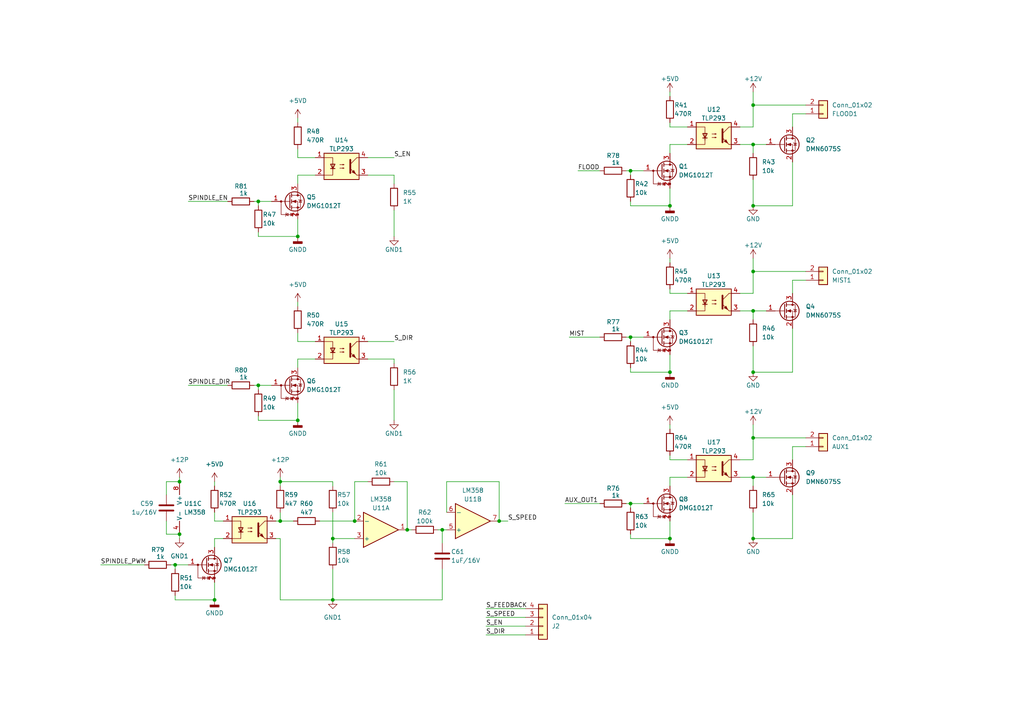
<source format=kicad_sch>
(kicad_sch (version 20230121) (generator eeschema)
  (paper "A4")
  (title_block (title "PCK Controller V1") (company "Josef Pecka"))
  (lib_symbols
    (symbol "Amplifier_Operational:LM358" (pin_names (offset 0.127))
      (property "Reference" "U" (at 0 5.08 0))
      (property "Value" "LM358" (at 0 -5.08 0))
      (symbol "LM358_1_1"
        (polyline (pts (xy -5.08 5.08) (xy 5.08 0) (xy -5.08 -5.08) (xy -5.08 5.08)) (stroke (width 0.254)) (fill (type background)))
        (pin output line (at 7.62 0 180) (length 2.54) (name "~") (number "1"))
        (pin input line (at -7.62 -2.54 0) (length 2.54) (name "-") (number "2"))
        (pin input line (at -7.62 2.54 0) (length 2.54) (name "+") (number "3"))
      )
      (symbol "LM358_2_1"
        (polyline (pts (xy -5.08 5.08) (xy 5.08 0) (xy -5.08 -5.08) (xy -5.08 5.08)) (stroke (width 0.254)) (fill (type background)))
        (pin input line (at -7.62 2.54 0) (length 2.54) (name "+") (number "5"))
        (pin input line (at -7.62 -2.54 0) (length 2.54) (name "-") (number "6"))
        (pin output line (at 7.62 0 180) (length 2.54) (name "~") (number "7"))
      )
      (symbol "LM358_3_1"
        (pin power_in line (at -2.54 -7.62 90) (length 3.81) (name "V-") (number "4"))
        (pin power_in line (at -2.54 7.62 270) (length 3.81) (name "V+") (number "8"))
      )
    )
    (symbol "Connector_Generic:Conn_01x02" (pin_names (offset 1.016) hide)
      (property "Reference" "J" (at 0 2.54 0))
      (property "Value" "Conn_01x02" (at 0 -5.08 0))
      (symbol "Conn_01x02_1_1"
        (rectangle (start -1.27 -2.413) (end 0 -2.667) (stroke (width 0.1524)))
        (rectangle (start -1.27 0.127) (end 0 -0.127) (stroke (width 0.1524)))
        (rectangle (start -1.27 1.27) (end 1.27 -3.81) (stroke (width 0.254)) (fill (type background)))
        (pin passive line (at -5.08 0 0) (length 3.81) (name "Pin_1") (number "1"))
        (pin passive line (at -5.08 -2.54 0) (length 3.81) (name "Pin_2") (number "2"))
      )
    )
    (symbol "Connector_Generic:Conn_01x04" (pin_names (offset 1.016) hide)
      (property "Reference" "J" (at 0 5.08 0))
      (property "Value" "Conn_01x04" (at 0 -7.62 0))
      (symbol "Conn_01x04_1_1"
        (rectangle (start -1.27 -4.953) (end 0 -5.207) (stroke (width 0.1524)))
        (rectangle (start -1.27 -2.413) (end 0 -2.667) (stroke (width 0.1524)))
        (rectangle (start -1.27 0.127) (end 0 -0.127) (stroke (width 0.1524)))
        (rectangle (start -1.27 2.667) (end 0 2.413) (stroke (width 0.1524)))
        (rectangle (start -1.27 3.81) (end 1.27 -6.35) (stroke (width 0.254)) (fill (type background)))
        (pin passive line (at -5.08 2.54 0) (length 3.81) (name "Pin_1") (number "1"))
        (pin passive line (at -5.08 0 0) (length 3.81) (name "Pin_2") (number "2"))
        (pin passive line (at -5.08 -2.54 0) (length 3.81) (name "Pin_3") (number "3"))
        (pin passive line (at -5.08 -5.08 0) (length 3.81) (name "Pin_4") (number "4"))
      )
    )
    (symbol "Device:C" (pin_numbers hide) (pin_names (offset 0.254))
      (property "Reference" "C" (at 0.635 2.54 0))
      (property "Value" "C" (at 0.635 -2.54 0))
      (symbol "C_0_1"
        (polyline (pts (xy -2.032 -0.762) (xy 2.032 -0.762)) (stroke (width 0.508)))
        (polyline (pts (xy -2.032 0.762) (xy 2.032 0.762)) (stroke (width 0.508)))
      )
      (symbol "C_1_1"
        (pin passive line (at 0 3.81 270) (length 2.794) (name "~") (number "1"))
        (pin passive line (at 0 -3.81 90) (length 2.794) (name "~") (number "2"))
      )
    )
    (symbol "Device:R" (pin_numbers hide) (pin_names (offset 0))
      (property "Reference" "R" (at 2.032 0 90))
      (property "Value" "R" (at 0 0 90))
      (symbol "R_0_1"
        (rectangle (start -1.016 -2.54) (end 1.016 2.54) (stroke (width 0.254)))
      )
      (symbol "R_1_1"
        (pin passive line (at 0 3.81 270) (length 1.27) (name "~") (number "1"))
        (pin passive line (at 0 -3.81 90) (length 1.27) (name "~") (number "2"))
      )
    )
    (symbol "Isolator:TLP291"
      (property "Reference" "U" (at -5.08 5.08 0))
      (property "Value" "TLP291" (at 0 5.08 0))
      (symbol "TLP291_0_1"
        (rectangle (start -5.08 3.81) (end 5.08 -3.81) (stroke (width 0.254)) (fill (type background)))
        (polyline (pts (xy -3.175 -0.635) (xy -1.905 -0.635)) (stroke (width 0.254)))
        (polyline (pts (xy 2.54 0.635) (xy 4.445 2.54)))
        (polyline (pts (xy 4.445 -2.54) (xy 2.54 -0.635)) (fill (type outline)))
        (polyline (pts (xy 4.445 -2.54) (xy 5.08 -2.54)))
        (polyline (pts (xy 4.445 2.54) (xy 5.08 2.54)))
        (polyline (pts (xy -2.54 -0.635) (xy -2.54 -2.54) (xy -5.08 -2.54)))
        (polyline (pts (xy 2.54 1.905) (xy 2.54 -1.905) (xy 2.54 -1.905)) (stroke (width 0.508)))
        (polyline (pts (xy -5.08 2.54) (xy -2.54 2.54) (xy -2.54 -1.27) (xy -2.54 0.635)))
        (polyline (pts (xy -2.54 -0.635) (xy -3.175 0.635) (xy -1.905 0.635) (xy -2.54 -0.635)) (stroke (width 0.254)))
        (polyline (pts (xy -0.508 -0.508) (xy 0.762 -0.508) (xy 0.381 -0.635) (xy 0.381 -0.381) (xy 0.762 -0.508)))
        (polyline (pts (xy -0.508 0.508) (xy 0.762 0.508) (xy 0.381 0.381) (xy 0.381 0.635) (xy 0.762 0.508)))
        (polyline (pts (xy 3.048 -1.651) (xy 3.556 -1.143) (xy 4.064 -2.159) (xy 3.048 -1.651) (xy 3.048 -1.651)) (fill (type outline)))
      )
      (symbol "TLP291_1_1"
        (pin passive line (at -7.62 2.54 0) (length 2.54) (name "~") (number "1"))
        (pin passive line (at -7.62 -2.54 0) (length 2.54) (name "~") (number "2"))
        (pin passive line (at 7.62 -2.54 180) (length 2.54) (name "~") (number "3"))
        (pin passive line (at 7.62 2.54 180) (length 2.54) (name "~") (number "4"))
      )
    )
    (symbol "Transistor_FET:DMG1012T" (pin_names (offset 0) hide)
      (property "Reference" "Q" (at 5.08 1.905 0))
      (property "Value" "DMG1012T" (at 5.08 0 0))
      (symbol "DMG1012T_0_1"
        (polyline (pts (xy 2.54 -3.81) (xy -2.286 -3.81) (xy -2.286 0)))
      )
      (symbol "DMG1012T_1_1"
        (circle (center -2.286 0) (radius 0.254) (fill (type outline)))
        (polyline (pts (xy 0.254 0) (xy -2.54 0)))
        (polyline (pts (xy 0.254 1.905) (xy 0.254 -1.905)) (stroke (width 0.254)))
        (polyline (pts (xy 0.762 -1.27) (xy 0.762 -2.286)) (stroke (width 0.254)))
        (polyline (pts (xy 0.762 0.508) (xy 0.762 -0.508)) (stroke (width 0.254)))
        (polyline (pts (xy 0.762 2.286) (xy 0.762 1.27)) (stroke (width 0.254)))
        (polyline (pts (xy 2.54 2.54) (xy 2.54 1.778)))
        (polyline (pts (xy 2.54 -2.54) (xy 2.54 0) (xy 0.762 0)))
        (polyline (pts (xy -1.016 -4.318) (xy -0.889 -4.191) (xy -0.889 -3.429) (xy -0.762 -3.302)))
        (polyline (pts (xy -0.889 -3.81) (xy -0.254 -4.191) (xy -0.254 -3.429) (xy -0.889 -3.81)))
        (polyline (pts (xy 0.762 -1.778) (xy 3.302 -1.778) (xy 3.302 1.778) (xy 0.762 1.778)))
        (polyline (pts (xy 1.016 0) (xy 2.032 0.381) (xy 2.032 -0.381) (xy 1.016 0)) (fill (type outline)))
        (polyline (pts (xy 1.143 -3.81) (xy 0.508 -3.429) (xy 0.508 -4.191) (xy 1.143 -3.81)))
        (polyline (pts (xy 1.27 -3.302) (xy 1.143 -3.429) (xy 1.143 -4.191) (xy 1.016 -4.318)))
        (polyline (pts (xy 2.794 0.508) (xy 2.921 0.381) (xy 3.683 0.381) (xy 3.81 0.254)))
        (polyline (pts (xy 3.302 0.381) (xy 2.921 -0.254) (xy 3.683 -0.254) (xy 3.302 0.381)))
        (circle (center 1.651 0) (radius 2.794) (stroke (width 0.254)))
        (circle (center 2.54 -3.81) (radius 0.254) (fill (type outline)))
        (circle (center 2.54 -1.778) (radius 0.254) (fill (type outline)))
        (circle (center 2.54 1.778) (radius 0.254) (fill (type outline)))
        (pin input line (at -5.08 0 0) (length 2.54) (name "G") (number "1"))
        (pin passive line (at 2.54 -5.08 90) (length 2.54) (name "S") (number "2"))
        (pin passive line (at 2.54 5.08 270) (length 2.54) (name "D") (number "3"))
      )
    )
    (symbol "Transistor_FET:DMN6075S" (pin_names hide)
      (property "Reference" "Q" (at 5.08 1.905 0))
      (property "Value" "DMN6075S" (at 5.08 0 0))
      (symbol "DMN6075S_0_1"
        (polyline (pts (xy 0.254 0) (xy -2.54 0)))
        (polyline (pts (xy 0.254 1.905) (xy 0.254 -1.905)) (stroke (width 0.254)))
        (polyline (pts (xy 0.762 -1.27) (xy 0.762 -2.286)) (stroke (width 0.254)))
        (polyline (pts (xy 0.762 0.508) (xy 0.762 -0.508)) (stroke (width 0.254)))
        (polyline (pts (xy 0.762 2.286) (xy 0.762 1.27)) (stroke (width 0.254)))
        (polyline (pts (xy 2.54 2.54) (xy 2.54 1.778)))
        (polyline (pts (xy 2.54 -2.54) (xy 2.54 0) (xy 0.762 0)))
        (polyline (pts (xy 0.762 -1.778) (xy 3.302 -1.778) (xy 3.302 1.778) (xy 0.762 1.778)))
        (polyline (pts (xy 1.016 0) (xy 2.032 0.381) (xy 2.032 -0.381) (xy 1.016 0)) (fill (type outline)))
        (polyline (pts (xy 2.794 0.508) (xy 2.921 0.381) (xy 3.683 0.381) (xy 3.81 0.254)))
        (polyline (pts (xy 3.302 0.381) (xy 2.921 -0.254) (xy 3.683 -0.254) (xy 3.302 0.381)))
        (circle (center 1.651 0) (radius 2.794) (stroke (width 0.254)))
        (circle (center 2.54 -1.778) (radius 0.254) (fill (type outline)))
        (circle (center 2.54 1.778) (radius 0.254) (fill (type outline)))
      )
      (symbol "DMN6075S_1_1"
        (pin input line (at -5.08 0 0) (length 2.54) (name "G") (number "1"))
        (pin passive line (at 2.54 -5.08 90) (length 2.54) (name "S") (number "2"))
        (pin passive line (at 2.54 5.08 270) (length 2.54) (name "D") (number "3"))
      )
    )
    (symbol "power:+12P" (power) (pin_names (offset 0))
      (property "Value" "+12P" (at 0 3.556 0))
      (symbol "+12P_0_1"
        (polyline (pts (xy -0.762 1.27) (xy 0 2.54)))
        (polyline (pts (xy 0 0) (xy 0 2.54)))
        (polyline (pts (xy 0 2.54) (xy 0.762 1.27)))
      )
      (symbol "+12P_1_1"
        (pin power_in line (at 0 0 90) (length 0) hide (name "+12P") (number "1"))
      )
    )
    (symbol "power:+12V" (power) (pin_names (offset 0))
      (property "Value" "+12V" (at 0 3.556 0))
      (symbol "+12V_0_1"
        (polyline (pts (xy -0.762 1.27) (xy 0 2.54)))
        (polyline (pts (xy 0 0) (xy 0 2.54)))
        (polyline (pts (xy 0 2.54) (xy 0.762 1.27)))
      )
      (symbol "+12V_1_1"
        (pin power_in line (at 0 0 90) (length 0) hide (name "+12V") (number "1"))
      )
    )
    (symbol "power:+5VD" (power) (pin_names (offset 0))
      (property "Value" "+5VD" (at 0 3.556 0))
      (symbol "+5VD_0_1"
        (polyline (pts (xy -0.762 1.27) (xy 0 2.54)))
        (polyline (pts (xy 0 0) (xy 0 2.54)))
        (polyline (pts (xy 0 2.54) (xy 0.762 1.27)))
      )
      (symbol "+5VD_1_1"
        (pin power_in line (at 0 0 90) (length 0) hide (name "+5VD") (number "1"))
      )
    )
    (symbol "power:GND" (power) (pin_names (offset 0))
      (property "Value" "GND" (at 0 -3.81 0))
      (symbol "GND_0_1"
        (polyline (pts (xy 0 0) (xy 0 -1.27) (xy 1.27 -1.27) (xy 0 -2.54) (xy -1.27 -1.27) (xy 0 -1.27)))
      )
      (symbol "GND_1_1"
        (pin power_in line (at 0 0 270) (length 0) hide (name "GND") (number "1"))
      )
    )
    (symbol "power:GND1" (power) (pin_names (offset 0))
      (property "Value" "GND1" (at 0 -3.81 0))
      (symbol "GND1_0_1"
        (polyline (pts (xy 0 0) (xy 0 -1.27) (xy 1.27 -1.27) (xy 0 -2.54) (xy -1.27 -1.27) (xy 0 -1.27)))
      )
      (symbol "GND1_1_1"
        (pin power_in line (at 0 0 270) (length 0) hide (name "GND1") (number "1"))
      )
    )
    (symbol "power:GNDD" (power) (pin_names (offset 0))
      (property "Value" "GNDD" (at 0 -3.175 0))
      (symbol "GNDD_0_1"
        (rectangle (start -1.27 -1.524) (end 1.27 -2.032) (stroke (width 0.254)) (fill (type outline)))
        (polyline (pts (xy 0 0) (xy 0 -1.524)))
      )
      (symbol "GNDD_1_1"
        (pin power_in line (at 0 0 270) (length 0) hide (name "GNDD") (number "1"))
      )
    )
  )
  (junction (at 194.31 156.21))
  (junction (at 86.36 68.58))
  (junction (at 218.44 156.21))
  (junction (at 182.88 146.05))
  (junction (at 194.31 59.69))
  (junction (at 74.93 111.76))
  (junction (at 50.8 163.83))
  (junction (at 118.11 153.67))
  (junction (at 128.27 153.67))
  (junction (at 96.52 173.99))
  (junction (at 74.93 58.42))
  (junction (at 218.44 78.74))
  (junction (at 96.52 156.21))
  (junction (at 52.07 139.7))
  (junction (at 218.44 127))
  (junction (at 81.28 151.13))
  (junction (at 218.44 138.43))
  (junction (at 218.44 90.17))
  (junction (at 182.88 97.79))
  (junction (at 144.78 151.13))
  (junction (at 81.28 139.7))
  (junction (at 86.36 121.92))
  (junction (at 52.07 154.94))
  (junction (at 62.23 173.99))
  (junction (at 218.44 30.48))
  (junction (at 194.31 107.95))
  (junction (at 102.87 151.13))
  (junction (at 218.44 107.95))
  (junction (at 218.44 59.69))
  (junction (at 182.88 49.53))
  (junction (at 218.44 41.91))
  (wire (pts (xy 218.44 138.43) (xy 218.44 140.97)))
  (wire (pts (xy 182.88 59.69) (xy 194.31 59.69)))
  (wire (pts (xy 129.54 139.7) (xy 144.78 139.7)))
  (wire (pts (xy 128.27 173.99) (xy 96.52 173.99)))
  (wire (pts (xy 218.44 30.48) (xy 218.44 36.83)))
  (wire (pts (xy 194.31 123.19) (xy 194.31 124.46)))
  (wire (pts (xy 218.44 148.59) (xy 218.44 156.21)))
  (wire (pts (xy 194.31 92.71) (xy 194.31 90.17)))
  (wire (pts (xy 62.23 158.75) (xy 62.23 156.21)))
  (wire (pts (xy 214.63 36.83) (xy 218.44 36.83)))
  (wire (pts (xy 194.31 90.17) (xy 199.39 90.17)))
  (wire (pts (xy 114.3 60.96) (xy 114.3 68.58)))
  (wire (pts (xy 81.28 151.13) (xy 81.28 148.59)))
  (wire (pts (xy 144.78 139.7) (xy 144.78 151.13)))
  (wire (pts (xy 181.61 49.53) (xy 182.88 49.53)))
  (wire (pts (xy 182.88 107.95) (xy 194.31 107.95)))
  (wire (pts (xy 229.87 36.83) (xy 229.87 33.02)))
  (wire (pts (xy 86.36 63.5) (xy 86.36 68.58)))
  (wire (pts (xy 194.31 36.83) (xy 199.39 36.83)))
  (wire (pts (xy 48.26 143.51) (xy 48.26 139.7)))
  (wire (pts (xy 96.52 148.59) (xy 96.52 156.21)))
  (wire (pts (xy 214.63 133.35) (xy 218.44 133.35)))
  (wire (pts (xy 80.01 156.21) (xy 81.28 156.21)))
  (wire (pts (xy 81.28 151.13) (xy 85.09 151.13)))
  (wire (pts (xy 74.93 120.65) (xy 74.93 121.92)))
  (wire (pts (xy 74.93 113.03) (xy 74.93 111.76)))
  (wire (pts (xy 218.44 123.19) (xy 218.44 127)))
  (wire (pts (xy 74.93 121.92) (xy 86.36 121.92)))
  (wire (pts (xy 81.28 156.21) (xy 81.28 173.99)))
  (wire (pts (xy 218.44 156.21) (xy 229.87 156.21)))
  (wire (pts (xy 54.61 58.42) (xy 66.04 58.42)))
  (wire (pts (xy 106.68 99.06) (xy 114.3 99.06)))
  (wire (pts (xy 182.88 99.06) (xy 182.88 97.79)))
  (wire (pts (xy 50.8 165.1) (xy 50.8 163.83)))
  (wire (pts (xy 54.61 111.76) (xy 66.04 111.76)))
  (wire (pts (xy 182.88 97.79) (xy 186.69 97.79)))
  (wire (pts (xy 218.44 78.74) (xy 218.44 85.09)))
  (wire (pts (xy 140.97 181.61) (xy 152.4 181.61)))
  (wire (pts (xy 50.8 163.83) (xy 54.61 163.83)))
  (wire (pts (xy 218.44 41.91) (xy 222.25 41.91)))
  (wire (pts (xy 86.36 34.29) (xy 86.36 35.56)))
  (wire (pts (xy 218.44 30.48) (xy 233.68 30.48)))
  (wire (pts (xy 218.44 90.17) (xy 222.25 90.17)))
  (wire (pts (xy 194.31 85.09) (xy 199.39 85.09)))
  (wire (pts (xy 194.31 54.61) (xy 194.31 59.69)))
  (wire (pts (xy 102.87 139.7) (xy 106.68 139.7)))
  (wire (pts (xy 96.52 165.1) (xy 96.52 173.99)))
  (wire (pts (xy 96.52 156.21) (xy 102.87 156.21)))
  (wire (pts (xy 182.88 154.94) (xy 182.88 156.21)))
  (wire (pts (xy 73.66 58.42) (xy 74.93 58.42)))
  (wire (pts (xy 194.31 140.97) (xy 194.31 138.43)))
  (wire (pts (xy 74.93 58.42) (xy 78.74 58.42)))
  (wire (pts (xy 229.87 129.54) (xy 233.68 129.54)))
  (wire (pts (xy 229.87 85.09) (xy 229.87 81.28)))
  (wire (pts (xy 163.83 146.05) (xy 173.99 146.05)))
  (wire (pts (xy 86.36 104.14) (xy 91.44 104.14)))
  (wire (pts (xy 74.93 68.58) (xy 86.36 68.58)))
  (wire (pts (xy 86.36 53.34) (xy 86.36 50.8)))
  (wire (pts (xy 194.31 138.43) (xy 199.39 138.43)))
  (wire (pts (xy 62.23 156.21) (xy 64.77 156.21)))
  (wire (pts (xy 86.36 99.06) (xy 91.44 99.06)))
  (wire (pts (xy 48.26 154.94) (xy 52.07 154.94)))
  (wire (pts (xy 229.87 46.99) (xy 229.87 59.69)))
  (wire (pts (xy 218.44 74.93) (xy 218.44 78.74)))
  (wire (pts (xy 50.8 173.99) (xy 62.23 173.99)))
  (wire (pts (xy 181.61 146.05) (xy 182.88 146.05)))
  (wire (pts (xy 194.31 83.82) (xy 194.31 85.09)))
  (wire (pts (xy 194.31 133.35) (xy 199.39 133.35)))
  (wire (pts (xy 81.28 139.7) (xy 81.28 138.43)))
  (wire (pts (xy 129.54 148.59) (xy 129.54 139.7)))
  (wire (pts (xy 218.44 26.67) (xy 218.44 30.48)))
  (wire (pts (xy 29.21 163.83) (xy 41.91 163.83)))
  (wire (pts (xy 50.8 172.72) (xy 50.8 173.99)))
  (wire (pts (xy 86.36 116.84) (xy 86.36 121.92)))
  (wire (pts (xy 81.28 139.7) (xy 96.52 139.7)))
  (wire (pts (xy 194.31 151.13) (xy 194.31 156.21)))
  (wire (pts (xy 182.88 146.05) (xy 186.69 146.05)))
  (wire (pts (xy 182.88 58.42) (xy 182.88 59.69)))
  (wire (pts (xy 214.63 90.17) (xy 218.44 90.17)))
  (wire (pts (xy 194.31 26.67) (xy 194.31 27.94)))
  (wire (pts (xy 114.3 50.8) (xy 114.3 53.34)))
  (wire (pts (xy 74.93 67.31) (xy 74.93 68.58)))
  (wire (pts (xy 96.52 156.21) (xy 96.52 157.48)))
  (wire (pts (xy 48.26 151.13) (xy 48.26 154.94)))
  (wire (pts (xy 102.87 151.13) (xy 102.87 139.7)))
  (wire (pts (xy 218.44 41.91) (xy 218.44 44.45)))
  (wire (pts (xy 106.68 50.8) (xy 114.3 50.8)))
  (wire (pts (xy 194.31 44.45) (xy 194.31 41.91)))
  (wire (pts (xy 128.27 165.1) (xy 128.27 173.99)))
  (wire (pts (xy 114.3 104.14) (xy 114.3 105.41)))
  (wire (pts (xy 52.07 156.21) (xy 52.07 154.94)))
  (wire (pts (xy 62.23 148.59) (xy 62.23 151.13)))
  (wire (pts (xy 218.44 100.33) (xy 218.44 107.95)))
  (wire (pts (xy 214.63 138.43) (xy 218.44 138.43)))
  (wire (pts (xy 48.26 139.7) (xy 52.07 139.7)))
  (wire (pts (xy 194.31 35.56) (xy 194.31 36.83)))
  (wire (pts (xy 229.87 133.35) (xy 229.87 129.54)))
  (wire (pts (xy 194.31 41.91) (xy 199.39 41.91)))
  (wire (pts (xy 229.87 81.28) (xy 233.68 81.28)))
  (wire (pts (xy 181.61 97.79) (xy 182.88 97.79)))
  (wire (pts (xy 182.88 156.21) (xy 194.31 156.21)))
  (wire (pts (xy 86.36 43.18) (xy 86.36 45.72)))
  (wire (pts (xy 167.64 49.53) (xy 173.99 49.53)))
  (wire (pts (xy 182.88 147.32) (xy 182.88 146.05)))
  (wire (pts (xy 96.52 139.7) (xy 96.52 140.97)))
  (wire (pts (xy 80.01 151.13) (xy 81.28 151.13)))
  (wire (pts (xy 92.71 151.13) (xy 102.87 151.13)))
  (wire (pts (xy 182.88 49.53) (xy 186.69 49.53)))
  (wire (pts (xy 106.68 104.14) (xy 114.3 104.14)))
  (wire (pts (xy 218.44 52.07) (xy 218.44 59.69)))
  (wire (pts (xy 114.3 113.03) (xy 114.3 121.92)))
  (wire (pts (xy 106.68 45.72) (xy 114.3 45.72)))
  (wire (pts (xy 229.87 143.51) (xy 229.87 156.21)))
  (wire (pts (xy 49.53 163.83) (xy 50.8 163.83)))
  (wire (pts (xy 86.36 87.63) (xy 86.36 88.9)))
  (wire (pts (xy 140.97 176.53) (xy 152.4 176.53)))
  (wire (pts (xy 165.1 97.79) (xy 173.99 97.79)))
  (wire (pts (xy 218.44 59.69) (xy 229.87 59.69)))
  (wire (pts (xy 140.97 179.07) (xy 152.4 179.07)))
  (wire (pts (xy 140.97 184.15) (xy 152.4 184.15)))
  (wire (pts (xy 144.78 151.13) (xy 147.32 151.13)))
  (wire (pts (xy 86.36 50.8) (xy 91.44 50.8)))
  (wire (pts (xy 214.63 85.09) (xy 218.44 85.09)))
  (wire (pts (xy 74.93 59.69) (xy 74.93 58.42)))
  (wire (pts (xy 62.23 151.13) (xy 64.77 151.13)))
  (wire (pts (xy 218.44 127) (xy 218.44 133.35)))
  (wire (pts (xy 86.36 106.68) (xy 86.36 104.14)))
  (wire (pts (xy 128.27 153.67) (xy 128.27 157.48)))
  (wire (pts (xy 182.88 106.68) (xy 182.88 107.95)))
  (wire (pts (xy 86.36 96.52) (xy 86.36 99.06)))
  (wire (pts (xy 81.28 139.7) (xy 81.28 140.97)))
  (wire (pts (xy 118.11 139.7) (xy 118.11 153.67)))
  (wire (pts (xy 81.28 173.99) (xy 96.52 173.99)))
  (wire (pts (xy 218.44 138.43) (xy 222.25 138.43)))
  (wire (pts (xy 52.07 138.43) (xy 52.07 139.7)))
  (wire (pts (xy 218.44 107.95) (xy 229.87 107.95)))
  (wire (pts (xy 73.66 111.76) (xy 74.93 111.76)))
  (wire (pts (xy 229.87 95.25) (xy 229.87 107.95)))
  (wire (pts (xy 62.23 168.91) (xy 62.23 173.99)))
  (wire (pts (xy 114.3 139.7) (xy 118.11 139.7)))
  (wire (pts (xy 127 153.67) (xy 128.27 153.67)))
  (wire (pts (xy 229.87 33.02) (xy 233.68 33.02)))
  (wire (pts (xy 214.63 41.91) (xy 218.44 41.91)))
  (wire (pts (xy 118.11 153.67) (xy 119.38 153.67)))
  (wire (pts (xy 218.44 127) (xy 233.68 127)))
  (wire (pts (xy 74.93 111.76) (xy 78.74 111.76)))
  (wire (pts (xy 128.27 153.67) (xy 129.54 153.67)))
  (wire (pts (xy 182.88 50.8) (xy 182.88 49.53)))
  (wire (pts (xy 194.31 132.08) (xy 194.31 133.35)))
  (wire (pts (xy 218.44 78.74) (xy 233.68 78.74)))
  (wire (pts (xy 194.31 74.93) (xy 194.31 76.2)))
  (wire (pts (xy 218.44 90.17) (xy 218.44 92.71)))
  (wire (pts (xy 86.36 45.72) (xy 91.44 45.72)))
  (wire (pts (xy 194.31 102.87) (xy 194.31 107.95)))
  (wire (pts (xy 62.23 139.7) (xy 62.23 140.97)))
  (label "SPINDLE_EN" (at 54.61 58.42 0))
  (label "S_DIR" (at 114.3 99.06 0))
  (label "S_DIR" (at 140.97 184.15 0))
  (label "S_EN" (at 140.97 181.61 0))
  (label "S_SPEED" (at 140.97 179.07 0))
  (label "SPINDLE_DIR" (at 54.61 111.76 0))
  (label "FLOOD" (at 167.64 49.53 0))
  (label "AUX_OUT1" (at 163.83 146.05 0))
  (label "S_SPEED" (at 147.32 151.13 0))
  (label "SPINDLE_PWM" (at 29.21 163.83 0))
  (label "S_EN" (at 114.3 45.72 0))
  (label "MIST" (at 165.1 97.79 0))
  (label "S_FEEDBACK" (at 140.97 176.53 0))
  (symbol (lib_id "power:GNDD") (at 194.31 107.95 0) (unit 1)
    (property "Reference" "#PWR0112" (effects hide))
    (property "Value" "GNDD" (at 194.31 111.76 0))
    (instances (project "CNC_board" (path "" (reference "#PWR0112") (unit 1))) (project "PCK-Controller" (path "" (reference "#PWR086") (unit 1)) (path "" (reference "#PWR0133") (unit 1))))
  )
  (symbol (lib_id "Isolator:TLP291") (at 99.06 48.26 0) (unit 1)
    (property "Reference" "U14" (at 99.06 40.64 0))
    (property "Value" "TLP293" (at 99.06 43.18 0))
    (property "Footprint" "Package_SO:SOIC-4_4.55x2.6mm_P1.27mm" (effects hide))
    (property "Datasheet" "https://toshiba.semicon-storage.com/info/docget.jsp?did=12884&prodName=TLP291" (effects hide))
  )
  (symbol (lib_id "power:GNDD") (at 86.36 121.92 0) (unit 1)
    (property "Reference" "#PWR0118" (effects hide))
    (property "Value" "GNDD" (at 86.36 125.73 0))
    (instances (project "CNC_board" (path "" (reference "#PWR0118") (unit 1))) (project "PCK-Controller" (path "" (reference "#PWR092") (unit 1))))
  )
  (symbol (lib_id "power:+5VD") (at 194.31 74.93 0) (unit 1)
    (property "Reference" "#PWR0111" (effects hide))
    (property "Value" "+5VD" (at 194.31 69.85 0))
    (instances (project "CNC_board" (path "" (reference "#PWR0111") (unit 1))) (project "PCK-Controller" (path "" (reference "#PWR085") (unit 1)) (path "" (reference "#PWR0132") (unit 1))))
  )
  (symbol (lib_id "power:GND1") (at 96.52 173.99 0) (unit 1)
    (property "Reference" "#PWR0124" (effects hide))
    (property "Value" "GND1" (at 96.52 179.07 0))
    (instances (project "CNC_board" (path "" (reference "#PWR0124") (unit 1))) (project "PCK-Controller" (path "" (reference "#PWR088") (unit 1))))
  )
  (symbol (lib_id "Device:R") (at 110.49 139.7 90) (unit 1)
    (property "Reference" "R61" (at 110.49 134.62 90))
    (property "Value" "10k" (at 110.49 137.16 90))
    (property "Footprint" "Resistor_SMD:R_0603_1608Metric" (effects hide))
  )
  (symbol (lib_id "Device:R") (at 96.52 144.78 0) (unit 1)
    (property "Reference" "R57" (at 97.79 143.51 0) (effects (justify left)))
    (property "Value" "10k" (at 97.79 146.05 0) (effects (justify left)))
    (property "Footprint" "Resistor_SMD:R_0603_1608Metric" (effects hide))
  )
  (symbol (lib_id "power:+12V") (at 218.44 123.19 0) (unit 1)
    (property "Reference" "#PWR0140" (effects hide))
    (property "Value" "+12V" (at 218.44 119.38 0))
    (instances (project "CNC_board" (path "" (reference "#PWR0140") (unit 1))) (project "PCK-Controller" (path "" (reference "#PWR093") (unit 1)) (path "" (reference "#PWR0140") (unit 1))))
  )
  (symbol (lib_id "power:+5VD") (at 194.31 123.19 0) (unit 1)
    (property "Reference" "#PWR0138" (effects hide))
    (property "Value" "+5VD" (at 194.31 118.11 0))
    (instances (project "CNC_board" (path "" (reference "#PWR0138") (unit 1))) (project "PCK-Controller" (path "" (reference "#PWR087") (unit 1)) (path "" (reference "#PWR0134") (unit 1))))
  )
  (symbol (lib_id "power:+5VD") (at 86.36 87.63 0) (unit 1)
    (property "Reference" "#PWR0117" (effects hide))
    (property "Value" "+5VD" (at 86.36 82.55 0))
    (instances (project "CNC_board" (path "" (reference "#PWR0117") (unit 1))) (project "PCK-Controller" (path "" (reference "#PWR091") (unit 1))))
  )
  (symbol (lib_id "power:GNDD") (at 194.31 156.21 0) (unit 1)
    (property "Reference" "#PWR0139" (effects hide))
    (property "Value" "GNDD" (at 194.31 160.02 0))
    (instances (project "CNC_board" (path "" (reference "#PWR0139") (unit 1))) (project "PCK-Controller" (path "" (reference "#PWR088") (unit 1)) (path "" (reference "#PWR0135") (unit 1))))
  )
  (symbol (lib_id "Isolator:TLP291") (at 207.01 87.63 0) (unit 1)
    (property "Reference" "U13" (at 207.01 80.01 0))
    (property "Value" "TLP293" (at 207.01 82.55 0))
    (property "Footprint" "Package_SO:SOIC-4_4.55x2.6mm_P1.27mm" (effects hide))
    (property "Datasheet" "https://toshiba.semicon-storage.com/info/docget.jsp?did=12884&prodName=TLP291" (effects hide))
    (instances (project "CNC_board" (path "" (reference "U13") (unit 1))) (project "PCK-Controller" (path "" (reference "U3") (unit 1)) (path "" (reference "U13") (unit 1))))
  )
  (symbol (lib_id "Device:R") (at 182.88 102.87 0) (unit 1)
    (property "Reference" "R44" (at 184.15 101.6 0) (effects (justify left)))
    (property "Value" "10k" (at 184.15 104.14 0) (effects (justify left)))
    (property "Footprint" "Resistor_SMD:R_0402_1005Metric" (effects hide))
    (instances (project "CNC_board" (path "" (reference "R44") (unit 1))) (project "PCK-Controller" (path "" (reference "R32") (unit 1)) (path "" (reference "R44") (unit 1))))
  )
  (symbol (lib_id "power:GNDD") (at 62.23 173.99 0) (unit 1)
    (property "Reference" "#PWR0120" (effects hide))
    (property "Value" "GNDD" (at 62.23 177.8 0))
    (instances (project "CNC_board" (path "" (reference "#PWR0120") (unit 1))) (project "PCK-Controller" (path "" (reference "#PWR086") (unit 1))))
  )
  (symbol (lib_id "Device:R") (at 177.8 97.79 90) (unit 1)
    (property "Reference" "R77" (at 179.8234 93.3964 90) (effects (justify left)))
    (property "Value" "1k" (at 179.8234 95.4303 90) (effects (justify left)))
    (property "Footprint" "Resistor_SMD:R_0402_1005Metric" (effects hide))
    (instances (project "CNC_board" (path "" (reference "R77") (unit 1))) (project "PCK-Controller" (path "" (reference "R29") (unit 1)) (path "" (reference "R77") (unit 1))))
  )
  (symbol (lib_id "Transistor_FET:DMN6075S") (at 227.33 138.43 0) (unit 1)
    (property "Reference" "Q9" (at 233.68 137.16 0) (effects (justify left)))
    (property "Value" "DMN6075S" (at 233.68 139.7 0) (effects (justify left)))
    (property "Footprint" "Package_TO_SOT_SMD:SOT-23" (effects hide))
    (property "Datasheet" "http://www.diodes.com/assets/Datasheets/DMN6075S.pdf" (effects hide))
    (instances (project "CNC_board" (path "" (reference "Q9") (unit 1))) (project "PCK-Controller" (path "" (reference "Q6") (unit 1)) (path "" (reference "Q9") (unit 1))))
  )
  (symbol (lib_id "power:+12V") (at 218.44 26.67 0) (unit 1)
    (property "Reference" "#PWR0110" (effects hide))
    (property "Value" "+12V" (at 218.44 22.86 0))
    (instances (project "CNC_board" (path "" (reference "#PWR0110") (unit 1))) (project "PCK-Controller" (path "" (reference "#PWR089") (unit 1)) (path "" (reference "#PWR0136") (unit 1))))
  )
  (symbol (lib_id "Transistor_FET:DMG1012T") (at 191.77 97.79 0) (unit 1)
    (property "Reference" "Q3" (at 196.85 96.52 0) (effects (justify left)))
    (property "Value" "DMG1012T" (at 196.85 99.06 0) (effects (justify left)))
    (property "Footprint" "Package_TO_SOT_SMD:SOT-523" (effects hide))
    (property "Datasheet" "https://www.diodes.com/assets/Datasheets/ds31783.pdf" (effects hide))
    (instances (project "CNC_board" (path "" (reference "Q3") (unit 1))) (project "PCK-Controller" (path "" (reference "Q2") (unit 1)) (path "" (reference "Q3") (unit 1))))
  )
  (symbol (lib_id "Device:R") (at 45.72 163.83 90) (unit 1)
    (property "Reference" "R79" (at 47.7434 159.4364 90) (effects (justify left)))
    (property "Value" "1k" (at 47.7434 161.4703 90) (effects (justify left)))
    (property "Footprint" "Resistor_SMD:R_0402_1005Metric" (effects hide))
  )
  (symbol (lib_id "Device:R") (at 218.44 48.26 0) (unit 1)
    (property "Reference" "R43" (at 220.98 46.99 0) (effects (justify left)))
    (property "Value" "10k" (at 220.98 49.53 0) (effects (justify left)))
    (property "Footprint" "Resistor_SMD:R_0603_1608Metric" (effects hide))
    (instances (project "CNC_board" (path "" (reference "R43") (unit 1))) (project "PCK-Controller" (path "" (reference "R37") (unit 1)) (path "" (reference "R43") (unit 1))))
  )
  (symbol (lib_id "power:GND1") (at 52.07 156.21 0) (unit 1)
    (property "Reference" "#PWR0104" (effects hide))
    (property "Value" "GND1" (at 52.07 161.29 0))
    (instances (project "CNC_board" (path "" (reference "#PWR0104") (unit 1))) (project "PCK-Controller" (path "" (reference "#PWR084") (unit 1))))
  )
  (symbol (lib_id "power:GND") (at 218.44 156.21 0) (unit 1)
    (property "Reference" "#PWR0141" (effects hide))
    (property "Value" "GND" (at 218.44 160.02 0))
    (instances (project "CNC_board" (path "" (reference "#PWR0141") (unit 1))) (project "PCK-Controller" (path "" (reference "#PWR094") (unit 1)) (path "" (reference "#PWR0141") (unit 1))) (project "CNC_controll_board" (path "" (reference "#PWR06") (unit 1))))
  )
  (symbol (lib_id "power:+12P") (at 52.07 138.43 0) (unit 1)
    (property "Reference" "#PWR0106" (effects hide))
    (property "Value" "+12P" (at 52.07 133.35 0))
    (instances (project "CNC_board" (path "" (reference "#PWR0106") (unit 1))) (project "PCK-Controller" (path "" (reference "#PWR083") (unit 1))))
  )
  (symbol (lib_id "power:GND") (at 218.44 107.95 0) (unit 1)
    (property "Reference" "#PWR0114" (effects hide))
    (property "Value" "GND" (at 218.44 111.76 0))
    (instances (project "CNC_board" (path "" (reference "#PWR0114") (unit 1))) (project "PCK-Controller" (path "" (reference "#PWR092") (unit 1)) (path "" (reference "#PWR0139") (unit 1))) (project "CNC_controll_board" (path "" (reference "#PWR06") (unit 1))))
  )
  (symbol (lib_id "Isolator:TLP291") (at 99.06 101.6 0) (unit 1)
    (property "Reference" "U15" (at 99.06 93.98 0))
    (property "Value" "TLP293" (at 99.06 96.52 0))
    (property "Footprint" "Package_SO:SOIC-4_4.55x2.6mm_P1.27mm" (effects hide))
    (property "Datasheet" "https://toshiba.semicon-storage.com/info/docget.jsp?did=12884&prodName=TLP291" (effects hide))
  )
  (symbol (lib_id "Isolator:TLP291") (at 207.01 39.37 0) (unit 1)
    (property "Reference" "U12" (at 207.01 31.75 0))
    (property "Value" "TLP293" (at 207.01 34.29 0))
    (property "Footprint" "Package_SO:SOIC-4_4.55x2.6mm_P1.27mm" (effects hide))
    (property "Datasheet" "https://toshiba.semicon-storage.com/info/docget.jsp?did=12884&prodName=TLP291" (effects hide))
    (instances (project "CNC_board" (path "" (reference "U12") (unit 1))) (project "PCK-Controller" (path "" (reference "U2") (unit 1)) (path "" (reference "U12") (unit 1))))
  )
  (symbol (lib_id "Isolator:TLP291") (at 72.39 153.67 0) (unit 1)
    (property "Reference" "U16" (at 72.39 146.05 0))
    (property "Value" "TLP293" (at 72.39 148.59 0))
    (property "Footprint" "Package_SO:SOIC-4_4.55x2.6mm_P1.27mm" (effects hide))
    (property "Datasheet" "https://toshiba.semicon-storage.com/info/docget.jsp?did=12884&prodName=TLP291" (effects hide))
  )
  (symbol (lib_id "power:GND1") (at 114.3 121.92 0) (unit 1)
    (property "Reference" "#PWR0125" (effects hide))
    (property "Value" "GND1" (at 114.3 125.73 0))
    (instances (project "CNC_board" (path "" (reference "#PWR0125") (unit 1))) (project "PCK-Controller" (path "" (reference "#PWR0143") (unit 1))))
  )
  (symbol (lib_id "Device:R") (at 114.3 109.22 0) (unit 1)
    (property "Reference" "R56" (at 116.84 107.95 0) (effects (justify left)))
    (property "Value" "1K" (at 116.84 110.49 0) (effects (justify left)))
    (property "Footprint" "Resistor_SMD:R_0603_1608Metric" (effects hide))
  )
  (symbol (lib_id "Transistor_FET:DMG1012T") (at 59.69 163.83 0) (unit 1)
    (property "Reference" "Q7" (at 64.77 162.56 0) (effects (justify left)))
    (property "Value" "DMG1012T" (at 64.77 165.1 0) (effects (justify left)))
    (property "Footprint" "Package_TO_SOT_SMD:SOT-523" (effects hide))
    (property "Datasheet" "https://www.diodes.com/assets/Datasheets/ds31783.pdf" (effects hide))
  )
  (symbol (lib_id "Device:R") (at 218.44 96.52 0) (unit 1)
    (property "Reference" "R46" (at 220.98 95.25 0) (effects (justify left)))
    (property "Value" "10k" (at 220.98 97.79 0) (effects (justify left)))
    (property "Footprint" "Resistor_SMD:R_0603_1608Metric" (effects hide))
    (instances (project "CNC_board" (path "" (reference "R46") (unit 1))) (project "PCK-Controller" (path "" (reference "R38") (unit 1)) (path "" (reference "R46") (unit 1))))
  )
  (symbol (lib_id "Isolator:TLP291") (at 207.01 135.89 0) (unit 1)
    (property "Reference" "U17" (at 207.01 128.27 0))
    (property "Value" "TLP293" (at 207.01 130.81 0))
    (property "Footprint" "Package_SO:SOIC-4_4.55x2.6mm_P1.27mm" (effects hide))
    (property "Datasheet" "https://toshiba.semicon-storage.com/info/docget.jsp?did=12884&prodName=TLP291" (effects hide))
    (instances (project "CNC_board" (path "" (reference "U17") (unit 1))) (project "PCK-Controller" (path "" (reference "U4") (unit 1)) (path "" (reference "U17") (unit 1))))
  )
  (symbol (lib_id "Device:R") (at 62.23 144.78 0) (unit 1)
    (property "Reference" "R52" (at 63.5 143.51 0) (effects (justify left)))
    (property "Value" "470R" (at 63.5 146.05 0) (effects (justify left)))
    (property "Footprint" "Resistor_SMD:R_0402_1005Metric" (effects hide))
  )
  (symbol (lib_id "power:GND1") (at 114.3 68.58 0) (unit 1)
    (property "Reference" "#PWR0126" (effects hide))
    (property "Value" "GND1" (at 114.3 72.39 0))
    (instances (project "CNC_board" (path "" (reference "#PWR0126") (unit 1))) (project "PCK-Controller" (path "" (reference "#PWR094") (unit 1))))
  )
  (symbol (lib_id "Transistor_FET:DMG1012T") (at 83.82 111.76 0) (unit 1)
    (property "Reference" "Q6" (at 88.9 110.49 0) (effects (justify left)))
    (property "Value" "DMG1012T" (at 88.9 113.03 0) (effects (justify left)))
    (property "Footprint" "Package_TO_SOT_SMD:SOT-523" (effects hide))
    (property "Datasheet" "https://www.diodes.com/assets/Datasheets/ds31783.pdf" (effects hide))
  )
  (symbol (lib_id "power:+5VD") (at 86.36 34.29 0) (unit 1)
    (property "Reference" "#PWR0115" (effects hide))
    (property "Value" "+5VD" (at 86.36 29.21 0))
    (instances (project "CNC_board" (path "" (reference "#PWR0115") (unit 1))) (project "PCK-Controller" (path "" (reference "#PWR089") (unit 1))))
  )
  (symbol (lib_id "Device:R") (at 86.36 39.37 0) (unit 1)
    (property "Reference" "R48" (at 88.9 38.1 0) (effects (justify left)))
    (property "Value" "470R" (at 88.9 40.64 0) (effects (justify left)))
    (property "Footprint" "Resistor_SMD:R_0402_1005Metric" (effects hide))
  )
  (symbol (lib_id "Device:R") (at 74.93 116.84 0) (unit 1)
    (property "Reference" "R49" (at 76.2 115.57 0) (effects (justify left)))
    (property "Value" "10k" (at 76.2 118.11 0) (effects (justify left)))
    (property "Footprint" "Resistor_SMD:R_0402_1005Metric" (effects hide))
  )
  (symbol (lib_id "power:+12P") (at 81.28 138.43 0) (unit 1)
    (property "Reference" "#PWR0123" (effects hide))
    (property "Value" "+12P" (at 81.28 133.35 0))
    (instances (project "CNC_board" (path "" (reference "#PWR0123") (unit 1))) (project "PCK-Controller" (path "" (reference "#PWR087") (unit 1))))
  )
  (symbol (lib_id "Transistor_FET:DMG1012T") (at 191.77 49.53 0) (unit 1)
    (property "Reference" "Q1" (at 196.85 48.26 0) (effects (justify left)))
    (property "Value" "DMG1012T" (at 196.85 50.8 0) (effects (justify left)))
    (property "Footprint" "Package_TO_SOT_SMD:SOT-523" (effects hide))
    (property "Datasheet" "https://www.diodes.com/assets/Datasheets/ds31783.pdf" (effects hide))
  )
  (symbol (lib_id "Device:R") (at 69.85 58.42 90) (unit 1)
    (property "Reference" "R81" (at 71.8734 54.0264 90) (effects (justify left)))
    (property "Value" "1k" (at 71.8734 56.0603 90) (effects (justify left)))
    (property "Footprint" "Resistor_SMD:R_0402_1005Metric" (effects hide))
  )
  (symbol (lib_id "Device:R") (at 194.31 80.01 0) (unit 1)
    (property "Reference" "R45" (at 195.58 78.74 0) (effects (justify left)))
    (property "Value" "470R" (at 195.58 81.28 0) (effects (justify left)))
    (property "Footprint" "Resistor_SMD:R_0402_1005Metric" (effects hide))
    (instances (project "CNC_board" (path "" (reference "R45") (unit 1))) (project "PCK-Controller" (path "" (reference "R35") (unit 1)) (path "" (reference "R45") (unit 1))))
  )
  (symbol (lib_id "power:+5VD") (at 62.23 139.7 0) (unit 1)
    (property "Reference" "#PWR0119" (effects hide))
    (property "Value" "+5VD" (at 62.23 134.62 0))
    (instances (project "CNC_board" (path "" (reference "#PWR0119") (unit 1))) (project "PCK-Controller" (path "" (reference "#PWR085") (unit 1))))
  )
  (symbol (lib_id "Connector_Generic:Conn_01x04") (at 157.48 181.61 0) (mirror x) (unit 1)
    (property "Reference" "J2" (at 160.02 181.61 0) (effects (justify left)))
    (property "Value" "Conn_01x04" (at 160.02 179.07 0) (effects (justify left)))
    (property "Footprint" "Connector_JST:JST_XH_B4B-XH-A_1x04_P2.50mm_Vertical" (effects hide))
    (property "Datasheet" "  (symbol \"Connector_Generic:Conn_01x04\" (pin_names (offset 1.016) hide) (in_bom yes) (on_board yes)" (effects hide))
  )
  (symbol (lib_id "Amplifier_Operational:LM358") (at 137.16 151.13 0) (mirror x) (unit 2)
    (property "Reference" "U11" (at 137.16 144.78 0))
    (property "Value" "LM358" (at 137.16 142.24 0))
    (property "Footprint" "Package_SO:SOIC-8_3.9x4.9mm_P1.27mm" (effects hide))
    (property "Datasheet" "http://www.ti.com/lit/ds/symlink/lm2904-n.pdf" (effects hide))
  )
  (symbol (lib_id "power:GNDD") (at 194.31 59.69 0) (unit 1)
    (property "Reference" "#PWR0108" (effects hide))
    (property "Value" "GNDD" (at 194.31 63.5 0))
    (instances (project "CNC_board" (path "" (reference "#PWR0108") (unit 1))) (project "PCK-Controller" (path "" (reference "#PWR084") (unit 1)) (path "" (reference "#PWR0131") (unit 1))))
  )
  (symbol (lib_id "Device:C") (at 48.26 147.32 0) (unit 1)
    (property "Reference" "C59" (at 40.64 146.05 0) (effects (justify left)))
    (property "Value" "1u/16V" (at 38.1 148.59 0) (effects (justify left)))
    (property "Footprint" "Capacitor_SMD:C_0603_1608Metric" (effects hide))
  )
  (symbol (lib_id "Amplifier_Operational:LM358") (at 54.61 147.32 0) (unit 3)
    (property "Reference" "U11" (at 53.34 146.05 0) (effects (justify left)))
    (property "Value" "LM358" (at 53.34 148.59 0) (effects (justify left)))
    (property "Footprint" "Package_SO:SOIC-8_3.9x4.9mm_P1.27mm" (effects hide))
    (property "Datasheet" "http://www.ti.com/lit/ds/symlink/lm2904-n.pdf" (effects hide))
  )
  (symbol (lib_id "Device:R") (at 86.36 92.71 0) (unit 1)
    (property "Reference" "R50" (at 88.9 91.44 0) (effects (justify left)))
    (property "Value" "470R" (at 88.9 93.98 0) (effects (justify left)))
    (property "Footprint" "Resistor_SMD:R_0402_1005Metric" (effects hide))
  )
  (symbol (lib_id "Device:C") (at 128.27 161.29 0) (unit 1)
    (property "Reference" "C61" (at 130.81 160.02 0) (effects (justify left)))
    (property "Value" "1uF/16V" (at 130.81 162.56 0) (effects (justify left)))
    (property "Footprint" "Capacitor_SMD:C_0603_1608Metric" (effects hide))
  )
  (symbol (lib_id "Transistor_FET:DMG1012T") (at 191.77 146.05 0) (unit 1)
    (property "Reference" "Q8" (at 196.85 144.78 0) (effects (justify left)))
    (property "Value" "DMG1012T" (at 196.85 147.32 0) (effects (justify left)))
    (property "Footprint" "Package_TO_SOT_SMD:SOT-523" (effects hide))
    (property "Datasheet" "https://www.diodes.com/assets/Datasheets/ds31783.pdf" (effects hide))
    (instances (project "CNC_board" (path "" (reference "Q8") (unit 1))) (project "PCK-Controller" (path "" (reference "Q3") (unit 1)) (path "" (reference "Q8") (unit 1))))
  )
  (symbol (lib_id "power:+5VD") (at 194.31 26.67 0) (unit 1)
    (property "Reference" "#PWR0107" (effects hide))
    (property "Value" "+5VD" (at 194.31 22.86 0))
    (instances (project "CNC_board" (path "" (reference "#PWR0107") (unit 1))) (project "PCK-Controller" (path "" (reference "#PWR083") (unit 1)) (path "" (reference "#PWR0130") (unit 1))))
  )
  (symbol (lib_id "Device:R") (at 69.85 111.76 90) (unit 1)
    (property "Reference" "R80" (at 71.8734 107.3664 90) (effects (justify left)))
    (property "Value" "1k" (at 71.8734 109.4003 90) (effects (justify left)))
    (property "Footprint" "Resistor_SMD:R_0402_1005Metric" (effects hide))
  )
  (symbol (lib_id "Device:R") (at 81.28 144.78 0) (unit 1)
    (property "Reference" "R59" (at 82.55 143.51 0) (effects (justify left)))
    (property "Value" "4k7" (at 82.55 146.05 0) (effects (justify left)))
    (property "Footprint" "Resistor_SMD:R_0603_1608Metric" (effects hide))
  )
  (symbol (lib_id "power:GNDD") (at 86.36 68.58 0) (unit 1)
    (property "Reference" "#PWR0116" (effects hide))
    (property "Value" "GNDD" (at 86.36 72.39 0))
    (instances (project "CNC_board" (path "" (reference "#PWR0116") (unit 1))) (project "PCK-Controller" (path "" (reference "#PWR090") (unit 1))))
  )
  (symbol (lib_id "power:+12V") (at 218.44 74.93 0) (unit 1)
    (property "Reference" "#PWR0113" (effects hide))
    (property "Value" "+12V" (at 218.44 71.12 0))
    (instances (project "CNC_board" (path "" (reference "#PWR0113") (unit 1))) (project "PCK-Controller" (path "" (reference "#PWR091") (unit 1)) (path "" (reference "#PWR0138") (unit 1))))
  )
  (symbol (lib_id "Device:R") (at 182.88 151.13 0) (unit 1)
    (property "Reference" "R63" (at 184.15 149.86 0) (effects (justify left)))
    (property "Value" "10k" (at 184.15 152.4 0) (effects (justify left)))
    (property "Footprint" "Resistor_SMD:R_0402_1005Metric" (effects hide))
    (instances (project "CNC_board" (path "" (reference "R63") (unit 1))) (project "PCK-Controller" (path "" (reference "R33") (unit 1)) (path "" (reference "R63") (unit 1))))
  )
  (symbol (lib_id "Device:R") (at 177.8 49.53 90) (unit 1)
    (property "Reference" "R78" (at 179.8234 45.1364 90) (effects (justify left)))
    (property "Value" "1k" (at 179.8234 47.1703 90) (effects (justify left)))
    (property "Footprint" "Resistor_SMD:R_0402_1005Metric" (effects hide))
    (instances (project "CNC_board" (path "" (reference "R78") (unit 1))) (project "PCK-Controller" (path "" (reference "R28") (unit 1)) (path "" (reference "R78") (unit 1))))
  )
  (symbol (lib_id "Device:R") (at 123.19 153.67 90) (unit 1)
    (property "Reference" "R62" (at 123.19 148.59 90))
    (property "Value" "100k" (at 123.19 151.13 90))
    (property "Footprint" "Resistor_SMD:R_0603_1608Metric" (effects hide))
  )
  (symbol (lib_id "Connector_Generic:Conn_01x02") (at 238.76 81.28 0) (mirror x) (unit 1)
    (property "Reference" "MIST1" (at 241.3 81.28 0) (effects (justify left)))
    (property "Value" "Conn_01x02" (at 241.3 78.74 0) (effects (justify left)))
    (property "Footprint" "Connector_JST:JST_XH_B2B-XH-A_1x02_P2.50mm_Vertical" (effects hide))
  )
  (symbol (lib_id "Device:R") (at 182.88 54.61 0) (unit 1)
    (property "Reference" "R42" (at 184.15 53.34 0) (effects (justify left)))
    (property "Value" "10k" (at 184.15 55.88 0) (effects (justify left)))
    (property "Footprint" "Resistor_SMD:R_0402_1005Metric" (effects hide))
    (instances (project "CNC_board" (path "" (reference "R42") (unit 1))) (project "PCK-Controller" (path "" (reference "R31") (unit 1)) (path "" (reference "R42") (unit 1))))
  )
  (symbol (lib_id "Device:R") (at 194.31 128.27 0) (unit 1)
    (property "Reference" "R64" (at 195.58 127 0) (effects (justify left)))
    (property "Value" "470R" (at 195.58 129.54 0) (effects (justify left)))
    (property "Footprint" "Resistor_SMD:R_0402_1005Metric" (effects hide))
    (instances (project "CNC_board" (path "" (reference "R64") (unit 1))) (project "PCK-Controller" (path "" (reference "R36") (unit 1)) (path "" (reference "R64") (unit 1))))
  )
  (symbol (lib_id "Device:R") (at 50.8 168.91 0) (unit 1)
    (property "Reference" "R51" (at 52.07 167.64 0) (effects (justify left)))
    (property "Value" "10k" (at 52.07 170.18 0) (effects (justify left)))
    (property "Footprint" "Resistor_SMD:R_0402_1005Metric" (effects hide))
  )
  (symbol (lib_id "Device:R") (at 74.93 63.5 0) (unit 1)
    (property "Reference" "R47" (at 76.2 62.23 0) (effects (justify left)))
    (property "Value" "10k" (at 76.2 64.77 0) (effects (justify left)))
    (property "Footprint" "Resistor_SMD:R_0402_1005Metric" (effects hide))
  )
  (symbol (lib_id "Transistor_FET:DMN6075S") (at 227.33 90.17 0) (unit 1)
    (property "Reference" "Q4" (at 233.68 88.9 0) (effects (justify left)))
    (property "Value" "DMN6075S" (at 233.68 91.44 0) (effects (justify left)))
    (property "Footprint" "Package_TO_SOT_SMD:SOT-23" (effects hide))
    (property "Datasheet" "http://www.diodes.com/assets/Datasheets/DMN6075S.pdf" (effects hide))
    (instances (project "CNC_board" (path "" (reference "Q4") (unit 1))) (project "PCK-Controller" (path "" (reference "Q5") (unit 1)) (path "" (reference "Q4") (unit 1))))
  )
  (symbol (lib_id "Connector_Generic:Conn_01x02") (at 238.76 33.02 0) (mirror x) (unit 1)
    (property "Reference" "FLOOD1" (at 241.3 33.02 0) (effects (justify left)))
    (property "Value" "Conn_01x02" (at 241.3 30.48 0) (effects (justify left)))
    (property "Footprint" "Connector_JST:JST_XH_B2B-XH-A_1x02_P2.50mm_Vertical" (effects hide))
  )
  (symbol (lib_id "Amplifier_Operational:LM358") (at 110.49 153.67 0) (mirror x) (unit 1)
    (property "Reference" "U11" (at 110.49 147.32 0))
    (property "Value" "LM358" (at 110.49 144.78 0))
    (property "Footprint" "Package_SO:SOIC-8_3.9x4.9mm_P1.27mm" (effects hide))
    (property "Datasheet" "http://www.ti.com/lit/ds/symlink/lm2904-n.pdf" (effects hide))
  )
  (symbol (lib_id "Device:R") (at 96.52 161.29 0) (unit 1)
    (property "Reference" "R58" (at 97.79 160.02 0) (effects (justify left)))
    (property "Value" "10k" (at 97.79 162.56 0) (effects (justify left)))
    (property "Footprint" "Resistor_SMD:R_0603_1608Metric" (effects hide))
  )
  (symbol (lib_id "Device:R") (at 218.44 144.78 0) (unit 1)
    (property "Reference" "R65" (at 220.98 143.51 0) (effects (justify left)))
    (property "Value" "10k" (at 220.98 146.05 0) (effects (justify left)))
    (property "Footprint" "Resistor_SMD:R_0603_1608Metric" (effects hide))
    (instances (project "CNC_board" (path "" (reference "R65") (unit 1))) (project "PCK-Controller" (path "" (reference "R39") (unit 1)) (path "" (reference "R65") (unit 1))))
  )
  (symbol (lib_id "Device:R") (at 88.9 151.13 90) (unit 1)
    (property "Reference" "R60" (at 88.9 146.05 90))
    (property "Value" "4k7" (at 88.9 148.59 90))
    (property "Footprint" "Resistor_SMD:R_0603_1608Metric" (effects hide))
  )
  (symbol (lib_id "Device:R") (at 194.31 31.75 0) (unit 1)
    (property "Reference" "R41" (at 195.58 30.48 0) (effects (justify left)))
    (property "Value" "470R" (at 195.58 33.02 0) (effects (justify left)))
    (property "Footprint" "Resistor_SMD:R_0402_1005Metric" (effects hide))
    (instances (project "CNC_board" (path "" (reference "R41") (unit 1))) (project "PCK-Controller" (path "" (reference "R34") (unit 1)) (path "" (reference "R41") (unit 1))))
  )
  (symbol (lib_id "Connector_Generic:Conn_01x02") (at 238.76 129.54 0) (mirror x) (unit 1)
    (property "Reference" "AUX1" (at 241.3 129.54 0) (effects (justify left)))
    (property "Value" "Conn_01x02" (at 241.3 127 0) (effects (justify left)))
    (property "Footprint" "Connector_JST:JST_XH_B2B-XH-A_1x02_P2.50mm_Vertical" (effects hide))
  )
  (symbol (lib_id "Device:R") (at 177.8 146.05 90) (unit 1)
    (property "Reference" "R76" (at 179.8234 141.6564 90) (effects (justify left)))
    (property "Value" "1k" (at 179.8234 143.6903 90) (effects (justify left)))
    (property "Footprint" "Resistor_SMD:R_0402_1005Metric" (effects hide))
    (instances (project "CNC_board" (path "" (reference "R76") (unit 1))) (project "PCK-Controller" (path "" (reference "R30") (unit 1)) (path "" (reference "R76") (unit 1))))
  )
  (symbol (lib_id "Device:R") (at 114.3 57.15 0) (unit 1)
    (property "Reference" "R55" (at 116.84 55.88 0) (effects (justify left)))
    (property "Value" "1K" (at 116.84 58.42 0) (effects (justify left)))
    (property "Footprint" "Resistor_SMD:R_0603_1608Metric" (effects hide))
  )
  (symbol (lib_id "power:GND") (at 218.44 59.69 0) (unit 1)
    (property "Reference" "#PWR0109" (effects hide))
    (property "Value" "GND" (at 218.44 63.5 0))
    (instances (project "CNC_board" (path "" (reference "#PWR0109") (unit 1))) (project "PCK-Controller" (path "" (reference "#PWR090") (unit 1)) (path "" (reference "#PWR0137") (unit 1))) (project "CNC_controll_board" (path "" (reference "#PWR06") (unit 1))))
  )
  (symbol (lib_id "Transistor_FET:DMG1012T") (at 83.82 58.42 0) (unit 1)
    (property "Reference" "Q5" (at 88.9 57.15 0) (effects (justify left)))
    (property "Value" "DMG1012T" (at 88.9 59.69 0) (effects (justify left)))
    (property "Footprint" "Package_TO_SOT_SMD:SOT-523" (effects hide))
    (property "Datasheet" "https://www.diodes.com/assets/Datasheets/ds31783.pdf" (effects hide))
  )
  (symbol (lib_id "Transistor_FET:DMN6075S") (at 227.33 41.91 0) (unit 1)
    (property "Reference" "Q2" (at 233.68 40.64 0) (effects (justify left)))
    (property "Value" "DMN6075S" (at 233.68 43.18 0) (effects (justify left)))
    (property "Footprint" "Package_TO_SOT_SMD:SOT-23" (effects hide))
    (property "Datasheet" "http://www.diodes.com/assets/Datasheets/DMN6075S.pdf" (effects hide))
    (instances (project "CNC_board" (path "" (reference "Q2") (unit 1))) (project "PCK-Controller" (path "" (reference "Q4") (unit 1)) (path "" (reference "Q2") (unit 1))))
  )
)
</source>
